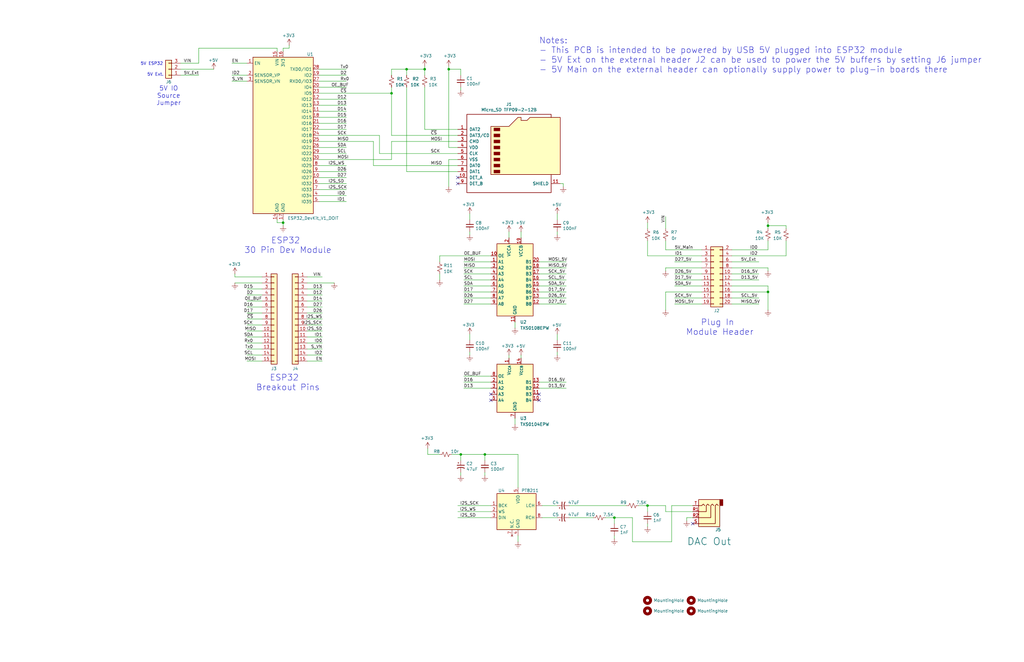
<source format=kicad_sch>
(kicad_sch (version 20250114) (generator "eeschema") (generator_version "9.0")
  (paper "B")
  (title_block (title "ESP32 5V Dev Board") (date "2025-06-08") (rev "1") (company "Gadget Reboot") (comment 1 "https://www.youtube.com/gadgetreboot") (comment 2 "https://github.com/GadgetReboot/ESP32_5V_Dev_Board"))
  (lib_symbols
    (symbol "Connector_Generic:Conn_01x03" (pin_names (offset 1.016) (hide yes))
      (property "Reference" "J" (at 0 5.08 0))
      (property "Value" "Conn_01x03" (at 0 -5.08 0))
      (symbol "Conn_01x03_1_1"
        (pin passive line (at -5.08 2.54 0) (length 3.81) (name "Pin_1") (number "1"))
        (pin passive line (at -5.08 0 0) (length 3.81) (name "Pin_2") (number "2"))
        (pin passive line (at -5.08 -2.54 0) (length 3.81) (name "Pin_3") (number "3"))
      )
    )
    (symbol "Connector_Generic:Conn_01x15" (pin_names (offset 1.016) (hide yes))
      (property "Reference" "J" (at 0 20.32 0))
      (property "Value" "Conn_01x15" (at 0 -20.32 0))
      (symbol "Conn_01x15_1_1"
        (pin passive line (at -5.08 17.78 0) (length 3.81) (name "Pin_1") (number "1"))
        (pin passive line (at -5.08 15.24 0) (length 3.81) (name "Pin_2") (number "2"))
        (pin passive line (at -5.08 12.7 0) (length 3.81) (name "Pin_3") (number "3"))
        (pin passive line (at -5.08 10.16 0) (length 3.81) (name "Pin_4") (number "4"))
        (pin passive line (at -5.08 7.62 0) (length 3.81) (name "Pin_5") (number "5"))
        (pin passive line (at -5.08 5.08 0) (length 3.81) (name "Pin_6") (number "6"))
        (pin passive line (at -5.08 2.54 0) (length 3.81) (name "Pin_7") (number "7"))
        (pin passive line (at -5.08 0 0) (length 3.81) (name "Pin_8") (number "8"))
        (pin passive line (at -5.08 -2.54 0) (length 3.81) (name "Pin_9") (number "9"))
        (pin passive line (at -5.08 -5.08 0) (length 3.81) (name "Pin_10") (number "10"))
        (pin passive line (at -5.08 -7.62 0) (length 3.81) (name "Pin_11") (number "11"))
        (pin passive line (at -5.08 -10.16 0) (length 3.81) (name "Pin_12") (number "12"))
        (pin passive line (at -5.08 -12.7 0) (length 3.81) (name "Pin_13") (number "13"))
        (pin passive line (at -5.08 -15.24 0) (length 3.81) (name "Pin_14") (number "14"))
        (pin passive line (at -5.08 -17.78 0) (length 3.81) (name "Pin_15") (number "15"))
      )
    )
    (symbol "Connector_Generic:Conn_02x10_Odd_Even" (pin_names (offset 1.016) (hide yes))
      (property "Reference" "J" (at 1.27 12.7 0))
      (property "Value" "Conn_02x10_Odd_Even" (at 1.27 -15.24 0))
      (symbol "Conn_02x10_Odd_Even_1_1"
        (pin passive line (at -5.08 10.16 0) (length 3.81) (name "Pin_1") (number "1"))
        (pin passive line (at -5.08 7.62 0) (length 3.81) (name "Pin_3") (number "3"))
        (pin passive line (at -5.08 5.08 0) (length 3.81) (name "Pin_5") (number "5"))
        (pin passive line (at -5.08 2.54 0) (length 3.81) (name "Pin_7") (number "7"))
        (pin passive line (at -5.08 0 0) (length 3.81) (name "Pin_9") (number "9"))
        (pin passive line (at -5.08 -2.54 0) (length 3.81) (name "Pin_11") (number "11"))
        (pin passive line (at -5.08 -5.08 0) (length 3.81) (name "Pin_13") (number "13"))
        (pin passive line (at -5.08 -7.62 0) (length 3.81) (name "Pin_15") (number "15"))
        (pin passive line (at -5.08 -10.16 0) (length 3.81) (name "Pin_17") (number "17"))
        (pin passive line (at -5.08 -12.7 0) (length 3.81) (name "Pin_19") (number "19"))
        (pin passive line (at 7.62 10.16 180) (length 3.81) (name "Pin_2") (number "2"))
        (pin passive line (at 7.62 7.62 180) (length 3.81) (name "Pin_4") (number "4"))
        (pin passive line (at 7.62 5.08 180) (length 3.81) (name "Pin_6") (number "6"))
        (pin passive line (at 7.62 2.54 180) (length 3.81) (name "Pin_8") (number "8"))
        (pin passive line (at 7.62 0 180) (length 3.81) (name "Pin_10") (number "10"))
        (pin passive line (at 7.62 -2.54 180) (length 3.81) (name "Pin_12") (number "12"))
        (pin passive line (at 7.62 -5.08 180) (length 3.81) (name "Pin_14") (number "14"))
        (pin passive line (at 7.62 -7.62 180) (length 3.81) (name "Pin_16") (number "16"))
        (pin passive line (at 7.62 -10.16 180) (length 3.81) (name "Pin_18") (number "18"))
        (pin passive line (at 7.62 -12.7 180) (length 3.81) (name "Pin_20") (number "20"))
      )
    )
    (symbol "Device:C_Small" (pin_numbers (hide yes)) (pin_names (offset 0.254) (hide yes))
      (property "Reference" "C" (at 0.254 1.778 0))
      (property "Value" "C_Small" (at 0.254 -2.032 0))
      (symbol "C_Small_1_1"
        (pin passive line (at 0 2.54 270) (length 2.032) (name "~") (number "1"))
        (pin passive line (at 0 -2.54 90) (length 2.032) (name "~") (number "2"))
      )
    )
    (symbol "Device:R_Small_US" (pin_numbers (hide yes)) (pin_names (offset 0.254) (hide yes))
      (property "Reference" "R" (at 0.762 0.508 0))
      (property "Value" "R_Small_US" (at 0.762 -1.016 0))
      (symbol "R_Small_US_1_1"
        (pin passive line (at 0 2.54 270) (length 1.016) (name "~") (number "1"))
        (pin passive line (at 0 -2.54 90) (length 1.016) (name "~") (number "2"))
      )
    )
    (symbol "GR_Audio_Share-rescue:AudioJack4-Connector"
      (property "Reference" "J" (at 0 8.89 0))
      (property "Value" "Connector_AudioJack4" (at 0 6.35 0))
      (symbol "AudioJack4-Connector_1_1"
        (pin passive line (at 5.08 2.54 180) (length 2.54) (name "~") (number "S"))
        (pin passive line (at 5.08 0 180) (length 2.54) (name "~") (number "R2"))
        (pin passive line (at 5.08 -2.54 180) (length 2.54) (name "~") (number "R1"))
        (pin passive line (at 5.08 -5.08 180) (length 2.54) (name "~") (number "T"))
      )
    )
    (symbol "GR_Audio_Share-rescue:GNDREF-power" (power) (pin_names (offset 0))
      (property "Value" "power_GNDREF" (at 0 -3.81 0))
      (symbol "GNDREF-power_1_1"
        (pin power_in line (at 0 0 270) (length 0) (hide yes) (name "GNDREF") (number "1"))
      )
    )
    (symbol "GR_PT8211_Breakout-rescue:CP1_Small-Device" (pin_numbers (hide yes)) (pin_names (offset 0.254) (hide yes))
      (property "Reference" "C" (at 0.254 1.778 0))
      (property "Value" "Device_CP1_Small" (at 0.254 -2.032 0))
      (symbol "CP1_Small-Device_1_1"
        (pin passive line (at 0 2.54 270) (length 2.032) (name "~") (number "1"))
        (pin passive line (at 0 -2.54 90) (length 2.032) (name "~") (number "2"))
      )
    )
    (symbol "GR_PT8211_Breakout-rescue:GNDREF-power" (power) (pin_names (offset 0))
      (property "Value" "power_GNDREF" (at 0 -3.81 0))
      (symbol "GNDREF-power_1_1"
        (pin power_in line (at 0 0 270) (length 0) (hide yes) (name "GNDREF") (number "1"))
      )
    )
    (symbol "Logic_LevelTranslator:TXS0104EPW"
      (property "Reference" "U" (at -7.62 11.43 0))
      (property "Value" "TXS0104EPW" (at 3.81 11.43 0))
      (symbol "TXS0104EPW_1_0"
        (pin no_connect line (at -7.62 -7.62 0) (length 2.54) (hide yes) (name "NC") (number "6"))
        (pin no_connect line (at 7.62 -7.62 180) (length 2.54) (hide yes) (name "NC") (number "9"))
      )
      (symbol "TXS0104EPW_1_1"
        (pin input line (at -10.16 5.08 0) (length 2.54) (name "OE") (number "8"))
        (pin bidirectional line (at -10.16 2.54 0) (length 2.54) (name "A1") (number "2"))
        (pin bidirectional line (at -10.16 0 0) (length 2.54) (name "A2") (number "3"))
        (pin bidirectional line (at -10.16 -2.54 0) (length 2.54) (name "A3") (number "4"))
        (pin bidirectional line (at -10.16 -5.08 0) (length 2.54) (name "A4") (number "5"))
        (pin power_in line (at -2.54 12.7 270) (length 2.54) (name "V_{CCA}") (number "1"))
        (pin power_in line (at 0 -12.7 90) (length 2.54) (name "GND") (number "7"))
        (pin power_in line (at 2.54 12.7 270) (length 2.54) (name "V_{CCB}") (number "14"))
        (pin bidirectional line (at 10.16 2.54 180) (length 2.54) (name "B1") (number "13"))
        (pin bidirectional line (at 10.16 0 180) (length 2.54) (name "B2") (number "12"))
        (pin bidirectional line (at 10.16 -2.54 180) (length 2.54) (name "B3") (number "11"))
        (pin bidirectional line (at 10.16 -5.08 180) (length 2.54) (name "B4") (number "10"))
      )
    )
    (symbol "Logic_LevelTranslator:TXS0108EPW"
      (property "Reference" "U" (at -6.35 16.51 0))
      (property "Value" "TXS0108EPW" (at 3.81 16.51 0))
      (symbol "TXS0108EPW_1_1"
        (pin input line (at -10.16 10.16 0) (length 2.54) (name "OE") (number "10"))
        (pin bidirectional line (at -10.16 7.62 0) (length 2.54) (name "A1") (number "1"))
        (pin bidirectional line (at -10.16 5.08 0) (length 2.54) (name "A2") (number "3"))
        (pin bidirectional line (at -10.16 2.54 0) (length 2.54) (name "A3") (number "4"))
        (pin bidirectional line (at -10.16 0 0) (length 2.54) (name "A4") (number "5"))
        (pin bidirectional line (at -10.16 -2.54 0) (length 2.54) (name "A5") (number "6"))
        (pin bidirectional line (at -10.16 -5.08 0) (length 2.54) (name "A6") (number "7"))
        (pin bidirectional line (at -10.16 -7.62 0) (length 2.54) (name "A7") (number "8"))
        (pin bidirectional line (at -10.16 -10.16 0) (length 2.54) (name "A8") (number "9"))
        (pin power_in line (at -2.54 17.78 270) (length 2.54) (name "VCCA") (number "2"))
        (pin power_in line (at 0 -17.78 90) (length 2.54) (name "GND") (number "11"))
        (pin power_in line (at 2.54 17.78 270) (length 2.54) (name "VCCB") (number "19"))
        (pin bidirectional line (at 10.16 7.62 180) (length 2.54) (name "B1") (number "20"))
        (pin bidirectional line (at 10.16 5.08 180) (length 2.54) (name "B2") (number "18"))
        (pin bidirectional line (at 10.16 2.54 180) (length 2.54) (name "B3") (number "17"))
        (pin bidirectional line (at 10.16 0 180) (length 2.54) (name "B4") (number "16"))
        (pin bidirectional line (at 10.16 -2.54 180) (length 2.54) (name "B5") (number "15"))
        (pin bidirectional line (at 10.16 -5.08 180) (length 2.54) (name "B6") (number "14"))
        (pin bidirectional line (at 10.16 -7.62 180) (length 2.54) (name "B7") (number "13"))
        (pin bidirectional line (at 10.16 -10.16 180) (length 2.54) (name "B8") (number "12"))
      )
    )
    (symbol "Mechanical:MountingHole" (pin_names (offset 1.016)) (exclude_from_sim yes) (in_bom no)
      (property "Reference" "H" (at 0 5.08 0))
      (property "Value" "MountingHole" (at 0 3.175 0))
    )
    (symbol "PT8211:PT8211"
      (property "Reference" "U" (at -8.89 16.51 0))
      (property "Value" "PT8211" (at 5.08 16.51 0))
      (symbol "PT8211_1_1"
        (pin input line (at -12.7 10.16 0) (length 2.54) (name "BCK") (number "1"))
        (pin input line (at -12.7 7.62 0) (length 2.54) (name "WS") (number "2"))
        (pin input line (at -12.7 5.08 0) (length 2.54) (name "DIN") (number "3"))
        (pin no_connect line (at -3.81 -2.54 90) (length 2.54) (name "N.C.") (number "7"))
        (pin power_in line (at -1.27 17.78 270) (length 2.54) (name "VDD") (number "5"))
        (pin power_in line (at -1.27 -2.54 90) (length 2.54) (name "GND") (number "4"))
        (pin passive line (at 8.89 10.16 180) (length 2.54) (name "LCH") (number "6"))
        (pin passive line (at 8.89 5.08 180) (length 2.54) (name "RCH") (number "8"))
      )
    )
    (symbol "SD_Tape_Player-rescue:+3.3V-power" (power) (pin_names (offset 0))
      (property "Value" "power_+3.3V" (at 0 3.556 0))
      (symbol "+3.3V-power_1_1"
        (pin power_in line (at 0 0 90) (length 0) (hide yes) (name "+3V3") (number "1"))
      )
    )
    (symbol "SD_Tape_Player-rescue:GNDREF-power" (power) (pin_names (offset 0))
      (property "Value" "power_GNDREF" (at 0 -3.81 0))
      (symbol "GNDREF-power_1_1"
        (pin power_in line (at 0 0 270) (length 0) (hide yes) (name "GNDREF") (number "1"))
      )
    )
    (symbol "SD_Tape_Player-rescue:Micro_SD_Card_Det-Connector" (pin_names (offset 1.016))
      (property "Reference" "J" (at -16.51 17.78 0))
      (property "Value" "Connector_Micro_SD_Card_Det" (at 16.51 17.78 0))
      (symbol "Micro_SD_Card_Det-Connector_1_1"
        (pin bidirectional line (at -22.86 10.16 0) (length 3.81) (name "DAT2") (number "1"))
        (pin bidirectional line (at -22.86 7.62 0) (length 3.81) (name "DAT3/CD") (number "2"))
        (pin input line (at -22.86 5.08 0) (length 3.81) (name "CMD") (number "3"))
        (pin power_in line (at -22.86 2.54 0) (length 3.81) (name "VDD") (number "4"))
        (pin input line (at -22.86 0 0) (length 3.81) (name "CLK") (number "5"))
        (pin power_in line (at -22.86 -2.54 0) (length 3.81) (name "VSS") (number "6"))
        (pin bidirectional line (at -22.86 -5.08 0) (length 3.81) (name "DAT0") (number "7"))
        (pin bidirectional line (at -22.86 -7.62 0) (length 3.81) (name "DAT1") (number "8"))
        (pin passive line (at -22.86 -10.16 0) (length 3.81) (name "DET_A") (number "10"))
        (pin passive line (at -22.86 -12.7 0) (length 3.81) (name "DET_B") (number "9"))
        (pin passive line (at 20.32 -12.7 180) (length 3.81) (name "SHIELD") (number "11"))
      )
    )
    (symbol "esp32_devkit_v1_doit:ESP32_DevKit_V1_DOIT"
      (property "Reference" "U" (at -11.43 34.29 0))
      (property "Value" "ESP32_DevKit_V1_DOIT" (at 11.43 34.29 0))
      (symbol "ESP32_DevKit_V1_DOIT_1_1"
        (pin input line (at -15.24 30.48 0) (length 2.54) (name "EN") (number "1"))
        (pin input line (at -15.24 25.4 0) (length 2.54) (name "SENSOR_VP") (number "2"))
        (pin input line (at -15.24 22.86 0) (length 2.54) (name "SENSOR_VN") (number "3"))
        (pin power_in line (at -2.54 35.56 270) (length 2.54) (name "VIN") (number "15"))
        (pin power_in line (at -2.54 -35.56 90) (length 2.54) (name "GND") (number "14"))
        (pin power_in line (at 0 35.56 270) (length 2.54) (name "3V3") (number "16"))
        (pin power_in line (at 0 -35.56 90) (length 2.54) (name "GND") (number "17"))
        (pin bidirectional line (at 15.24 27.94 180) (length 2.54) (name "TXD0/IO1") (number "28"))
        (pin bidirectional line (at 15.24 25.4 180) (length 2.54) (name "IO2") (number "19"))
        (pin bidirectional line (at 15.24 22.86 180) (length 2.54) (name "RXD0/IO3") (number "27"))
        (pin bidirectional line (at 15.24 20.32 180) (length 2.54) (name "IO4") (number "20"))
        (pin bidirectional line (at 15.24 17.78 180) (length 2.54) (name "IO5") (number "23"))
        (pin bidirectional line (at 15.24 15.24 180) (length 2.54) (name "IO12") (number "12"))
        (pin bidirectional line (at 15.24 12.7 180) (length 2.54) (name "IO13") (number "13"))
        (pin bidirectional line (at 15.24 10.16 180) (length 2.54) (name "IO14") (number "11"))
        (pin bidirectional line (at 15.24 7.62 180) (length 2.54) (name "IO15") (number "18"))
        (pin bidirectional line (at 15.24 5.08 180) (length 2.54) (name "IO16") (number "21"))
        (pin bidirectional line (at 15.24 2.54 180) (length 2.54) (name "IO17") (number "22"))
        (pin bidirectional line (at 15.24 0 180) (length 2.54) (name "IO18") (number "24"))
        (pin bidirectional line (at 15.24 -2.54 180) (length 2.54) (name "IO19") (number "25"))
        (pin bidirectional line (at 15.24 -5.08 180) (length 2.54) (name "IO21") (number "26"))
        (pin bidirectional line (at 15.24 -7.62 180) (length 2.54) (name "IO22") (number "29"))
        (pin bidirectional line (at 15.24 -10.16 180) (length 2.54) (name "IO23") (number "30"))
        (pin bidirectional line (at 15.24 -12.7 180) (length 2.54) (name "IO25") (number "8"))
        (pin bidirectional line (at 15.24 -15.24 180) (length 2.54) (name "IO26") (number "9"))
        (pin bidirectional line (at 15.24 -17.78 180) (length 2.54) (name "IO27") (number "10"))
        (pin bidirectional line (at 15.24 -20.32 180) (length 2.54) (name "IO32") (number "6"))
        (pin bidirectional line (at 15.24 -22.86 180) (length 2.54) (name "IO33") (number "7"))
        (pin input line (at 15.24 -25.4 180) (length 2.54) (name "IO34") (number "4"))
        (pin input line (at 15.24 -27.94 180) (length 2.54) (name "IO35") (number "5"))
      )
    )
    (symbol "power:+3V3" (power) (pin_numbers (hide yes)) (pin_names (offset 0) (hide yes))
      (property "Value" "+3V3" (at 0 3.556 0))
      (symbol "+3V3_1_1"
        (pin power_in line (at 0 0 90) (length 0) (name "~") (number "1"))
      )
    )
    (symbol "power:+5V" (power) (pin_numbers (hide yes)) (pin_names (offset 0) (hide yes))
      (property "Value" "+5V" (at 0 3.556 0))
      (symbol "+5V_1_1"
        (pin power_in line (at 0 0 90) (length 0) (name "~") (number "1"))
      )
    )
  )
  (text "5V ESP32" (at 64.008 27.686 0) (effects (font (size 1.27 1.27)) (justify bottom)))
  (text "5V Ext." (at 65.532 32.258 0) (effects (font (size 1.27 1.27)) (justify bottom)))
  (text "   ESP32 \nBreakout Pins" (at 107.95 165.1 0) (effects (font (size 2.54 2.54)) (justify left bottom)))
  (text "Notes:\n- This PCB is intended to be powered by USB 5V plugged into ESP32 module\n- 5V Ext on the external header J2 can be used to power the 5V buffers by setting J6 jumper\n- 5V Main on the external header can optionally supply power to plug-in boards there" (at 227.33 30.988 0) (effects (font (size 2.54 2.54)) (justify left bottom)))
  (text "5V IO\nSource\nJumper" (at 71.12 44.704 0) (effects (font (size 1.905 1.905)) (justify bottom)))
  (text "Plug In \nModule Header" (at 303.53 141.732 0) (effects (font (size 2.54 2.54)) (justify bottom)))
  (text "ESP32 \n30 Pin Dev Module" (at 121.412 107.188 0) (effects (font (size 2.54 2.54)) (justify bottom)))
  (junction (at 273.05 213.36))
  (junction (at 119.38 93.98))
  (junction (at 323.85 95.25))
  (junction (at 204.47 191.77))
  (junction (at 179.07 29.21))
  (junction (at 165.1 39.37))
  (junction (at 323.85 123.19))
  (junction (at 194.31 191.77))
  (junction (at 259.08 218.44))
  (junction (at 189.23 29.21))
  (junction (at 171.45 29.21))
  (no_connect (at 292.1 220.98))
  (no_connect (at 227.33 166.37))
  (no_connect (at 207.01 168.91))
  (no_connect (at 207.01 166.37))
  (no_connect (at 227.33 168.91))
  (no_connect (at 193.04 74.93))
  (no_connect (at 193.04 77.47))
  (wire (pts (xy 238.76 125.73) (xy 227.33 125.73)))
  (wire (pts (xy 193.04 57.15) (xy 165.1 57.15)))
  (wire (pts (xy 129.54 119.38) (xy 140.97 119.38)))
  (wire (pts (xy 104.14 144.78) (xy 110.49 144.78)))
  (wire (pts (xy 160.02 57.15) (xy 160.02 64.77)))
  (wire (pts (xy 207.01 118.11) (xy 195.58 118.11)))
  (wire (pts (xy 134.62 39.37) (xy 165.1 39.37)))
  (wire (pts (xy 227.33 115.57) (xy 238.76 115.57)))
  (wire (pts (xy 134.62 36.83) (xy 146.05 36.83)))
  (wire (pts (xy 284.48 120.65) (xy 295.91 120.65)))
  (wire (pts (xy 165.1 39.37) (xy 165.1 57.15)))
  (wire (pts (xy 323.85 113.03) (xy 323.85 114.3)))
  (wire (pts (xy 193.04 54.61) (xy 179.07 54.61)))
  (wire (pts (xy 190.5 191.77) (xy 194.31 191.77)))
  (wire (pts (xy 331.47 96.52) (xy 331.47 95.25)))
  (wire (pts (xy 273.05 213.36) (xy 280.67 213.36)))
  (wire (pts (xy 198.12 90.17) (xy 198.12 92.71)))
  (wire (pts (xy 171.45 29.21) (xy 171.45 31.75)))
  (wire (pts (xy 308.61 118.11) (xy 320.04 118.11)))
  (wire (pts (xy 194.31 29.21) (xy 194.31 31.75)))
  (wire (pts (xy 273.05 107.95) (xy 273.05 101.6)))
  (wire (pts (xy 189.23 67.31) (xy 189.23 78.74)))
  (wire (pts (xy 129.54 124.46) (xy 135.89 124.46)))
  (wire (pts (xy 116.84 21.59) (xy 116.84 20.32)))
  (wire (pts (xy 104.14 134.62) (xy 110.49 134.62)))
  (wire (pts (xy 238.76 128.27) (xy 227.33 128.27)))
  (wire (pts (xy 165.1 59.69) (xy 193.04 59.69)))
  (wire (pts (xy 219.71 100.33) (xy 219.71 97.79)))
  (wire (pts (xy 195.58 113.03) (xy 207.01 113.03)))
  (wire (pts (xy 331.47 95.25) (xy 323.85 95.25)))
  (wire (pts (xy 273.05 107.95) (xy 295.91 107.95)))
  (wire (pts (xy 104.14 31.75) (xy 97.79 31.75)))
  (wire (pts (xy 207.01 163.83) (xy 195.58 163.83)))
  (wire (pts (xy 308.61 125.73) (xy 320.04 125.73)))
  (wire (pts (xy 83.82 20.32) (xy 116.84 20.32)))
  (wire (pts (xy 227.33 118.11) (xy 238.76 118.11)))
  (wire (pts (xy 284.48 118.11) (xy 295.91 118.11)))
  (wire (pts (xy 129.54 137.16) (xy 135.89 137.16)))
  (wire (pts (xy 280.67 123.19) (xy 295.91 123.19)))
  (wire (pts (xy 157.48 59.69) (xy 157.48 69.85)))
  (wire (pts (xy 171.45 29.21) (xy 179.07 29.21)))
  (wire (pts (xy 134.62 57.15) (xy 160.02 57.15)))
  (wire (pts (xy 104.14 152.4) (xy 110.49 152.4)))
  (wire (pts (xy 204.47 200.66) (xy 204.47 199.39)))
  (wire (pts (xy 227.33 120.65) (xy 238.76 120.65)))
  (wire (pts (xy 104.14 147.32) (xy 110.49 147.32)))
  (wire (pts (xy 238.76 161.29) (xy 227.33 161.29)))
  (wire (pts (xy 207.01 120.65) (xy 195.58 120.65)))
  (wire (pts (xy 189.23 29.21) (xy 189.23 62.23)))
  (wire (pts (xy 323.85 120.65) (xy 323.85 123.19)))
  (wire (pts (xy 259.08 218.44) (xy 259.08 220.98)))
  (wire (pts (xy 283.21 213.36) (xy 292.1 213.36)))
  (wire (pts (xy 134.62 80.01) (xy 146.05 80.01)))
  (wire (pts (xy 198.12 140.97) (xy 198.12 143.51)))
  (wire (pts (xy 129.54 132.08) (xy 135.89 132.08)))
  (wire (pts (xy 280.67 215.9) (xy 280.67 213.36)))
  (wire (pts (xy 119.38 20.32) (xy 119.38 21.59)))
  (wire (pts (xy 119.38 92.71) (xy 119.38 93.98)))
  (wire (pts (xy 207.01 161.29) (xy 195.58 161.29)))
  (wire (pts (xy 308.61 113.03) (xy 323.85 113.03)))
  (wire (pts (xy 195.58 110.49) (xy 207.01 110.49)))
  (wire (pts (xy 240.03 218.44) (xy 250.19 218.44)))
  (wire (pts (xy 116.84 93.98) (xy 119.38 93.98)))
  (wire (pts (xy 104.14 124.46) (xy 110.49 124.46)))
  (wire (pts (xy 228.6 213.36) (xy 234.95 213.36)))
  (wire (pts (xy 323.85 93.98) (xy 323.85 95.25)))
  (wire (pts (xy 134.62 74.93) (xy 146.05 74.93)))
  (wire (pts (xy 104.14 137.16) (xy 110.49 137.16)))
  (wire (pts (xy 273.05 222.25) (xy 273.05 220.98)))
  (wire (pts (xy 104.14 149.86) (xy 110.49 149.86)))
  (wire (pts (xy 121.92 19.05) (xy 121.92 20.32)))
  (wire (pts (xy 280.67 105.41) (xy 295.91 105.41)))
  (wire (pts (xy 234.95 90.17) (xy 234.95 92.71)))
  (wire (pts (xy 134.62 82.55) (xy 146.05 82.55)))
  (wire (pts (xy 180.34 191.77) (xy 185.42 191.77)))
  (wire (pts (xy 259.08 227.33) (xy 259.08 226.06)))
  (wire (pts (xy 234.95 99.06) (xy 234.95 97.79)))
  (wire (pts (xy 146.05 62.23) (xy 134.62 62.23)))
  (wire (pts (xy 207.01 215.9) (xy 193.04 215.9)))
  (wire (pts (xy 273.05 213.36) (xy 273.05 215.9)))
  (wire (pts (xy 146.05 64.77) (xy 134.62 64.77)))
  (wire (pts (xy 99.06 119.38) (xy 110.49 119.38)))
  (wire (pts (xy 76.2 26.67) (xy 83.82 26.67)))
  (wire (pts (xy 194.31 38.1) (xy 194.31 36.83)))
  (wire (pts (xy 76.2 29.21) (xy 90.17 29.21)))
  (wire (pts (xy 134.62 67.31) (xy 165.1 67.31)))
  (wire (pts (xy 134.62 59.69) (xy 157.48 59.69)))
  (wire (pts (xy 134.62 31.75) (xy 146.05 31.75)))
  (wire (pts (xy 214.63 149.86) (xy 214.63 151.13)))
  (wire (pts (xy 134.62 77.47) (xy 146.05 77.47)))
  (wire (pts (xy 193.04 218.44) (xy 207.01 218.44)))
  (wire (pts (xy 104.14 129.54) (xy 110.49 129.54)))
  (wire (pts (xy 280.67 113.03) (xy 280.67 114.3)))
  (wire (pts (xy 146.05 44.45) (xy 134.62 44.45)))
  (wire (pts (xy 134.62 29.21) (xy 146.05 29.21)))
  (wire (pts (xy 157.48 69.85) (xy 193.04 69.85)))
  (wire (pts (xy 218.44 228.6) (xy 218.44 226.06)))
  (wire (pts (xy 134.62 72.39) (xy 146.05 72.39)))
  (wire (pts (xy 284.48 125.73) (xy 295.91 125.73)))
  (wire (pts (xy 129.54 144.78) (xy 135.89 144.78)))
  (wire (pts (xy 165.1 29.21) (xy 171.45 29.21)))
  (wire (pts (xy 129.54 147.32) (xy 135.89 147.32)))
  (wire (pts (xy 204.47 191.77) (xy 204.47 194.31)))
  (wire (pts (xy 165.1 67.31) (xy 165.1 59.69)))
  (wire (pts (xy 99.06 116.84) (xy 110.49 116.84)))
  (wire (pts (xy 185.42 107.95) (xy 207.01 107.95)))
  (wire (pts (xy 207.01 125.73) (xy 195.58 125.73)))
  (wire (pts (xy 238.76 123.19) (xy 227.33 123.19)))
  (wire (pts (xy 134.62 34.29) (xy 146.05 34.29)))
  (wire (pts (xy 180.34 189.23) (xy 180.34 191.77)))
  (wire (pts (xy 331.47 101.6) (xy 331.47 107.95)))
  (wire (pts (xy 134.62 85.09) (xy 146.05 85.09)))
  (wire (pts (xy 179.07 27.94) (xy 179.07 29.21)))
  (wire (pts (xy 129.54 139.7) (xy 135.89 139.7)))
  (wire (pts (xy 227.33 110.49) (xy 238.76 110.49)))
  (wire (pts (xy 218.44 191.77) (xy 218.44 205.74)))
  (wire (pts (xy 237.49 77.47) (xy 236.22 77.47)))
  (wire (pts (xy 83.82 26.67) (xy 83.82 20.32)))
  (wire (pts (xy 193.04 213.36) (xy 207.01 213.36)))
  (wire (pts (xy 193.04 67.31) (xy 189.23 67.31)))
  (wire (pts (xy 129.54 129.54) (xy 135.89 129.54)))
  (wire (pts (xy 266.7 228.6) (xy 266.7 218.44)))
  (wire (pts (xy 283.21 228.6) (xy 266.7 228.6)))
  (wire (pts (xy 129.54 142.24) (xy 135.89 142.24)))
  (wire (pts (xy 207.01 128.27) (xy 195.58 128.27)))
  (wire (pts (xy 194.31 200.66) (xy 194.31 199.39)))
  (wire (pts (xy 134.62 49.53) (xy 146.05 49.53)))
  (wire (pts (xy 308.61 105.41) (xy 323.85 105.41)))
  (wire (pts (xy 104.14 132.08) (xy 110.49 132.08)))
  (wire (pts (xy 283.21 213.36) (xy 283.21 228.6)))
  (wire (pts (xy 189.23 62.23) (xy 193.04 62.23)))
  (wire (pts (xy 129.54 121.92) (xy 135.89 121.92)))
  (wire (pts (xy 323.85 95.25) (xy 323.85 96.52)))
  (wire (pts (xy 195.58 115.57) (xy 207.01 115.57)))
  (wire (pts (xy 194.31 191.77) (xy 194.31 194.31)))
  (wire (pts (xy 280.67 101.6) (xy 280.67 105.41)))
  (wire (pts (xy 104.14 127) (xy 110.49 127)))
  (wire (pts (xy 160.02 64.77) (xy 193.04 64.77)))
  (wire (pts (xy 179.07 31.75) (xy 179.07 29.21)))
  (wire (pts (xy 217.17 135.89) (xy 217.17 138.43)))
  (wire (pts (xy 280.67 123.19) (xy 280.67 130.81)))
  (wire (pts (xy 198.12 149.86) (xy 198.12 148.59)))
  (wire (pts (xy 119.38 93.98) (xy 119.38 95.25)))
  (wire (pts (xy 76.2 31.75) (xy 83.82 31.75)))
  (wire (pts (xy 308.61 110.49) (xy 320.04 110.49)))
  (wire (pts (xy 194.31 191.77) (xy 204.47 191.77)))
  (wire (pts (xy 179.07 54.61) (xy 179.07 36.83)))
  (wire (pts (xy 129.54 149.86) (xy 135.89 149.86)))
  (wire (pts (xy 273.05 93.98) (xy 273.05 96.52)))
  (wire (pts (xy 255.27 218.44) (xy 259.08 218.44)))
  (wire (pts (xy 234.95 218.44) (xy 228.6 218.44)))
  (wire (pts (xy 121.92 20.32) (xy 119.38 20.32)))
  (wire (pts (xy 227.33 113.03) (xy 238.76 113.03)))
  (wire (pts (xy 308.61 120.65) (xy 323.85 120.65)))
  (wire (pts (xy 292.1 218.44) (xy 289.56 218.44)))
  (wire (pts (xy 238.76 163.83) (xy 227.33 163.83)))
  (wire (pts (xy 195.58 158.75) (xy 207.01 158.75)))
  (wire (pts (xy 308.61 107.95) (xy 331.47 107.95)))
  (wire (pts (xy 280.67 215.9) (xy 292.1 215.9)))
  (wire (pts (xy 269.24 213.36) (xy 273.05 213.36)))
  (wire (pts (xy 134.62 41.91) (xy 146.05 41.91)))
  (wire (pts (xy 308.61 128.27) (xy 320.04 128.27)))
  (wire (pts (xy 284.48 110.49) (xy 295.91 110.49)))
  (wire (pts (xy 207.01 123.19) (xy 195.58 123.19)))
  (wire (pts (xy 323.85 130.81) (xy 323.85 123.19)))
  (wire (pts (xy 198.12 99.06) (xy 198.12 97.79)))
  (wire (pts (xy 189.23 27.94) (xy 189.23 29.21)))
  (wire (pts (xy 134.62 52.07) (xy 146.05 52.07)))
  (wire (pts (xy 129.54 127) (xy 135.89 127)))
  (wire (pts (xy 266.7 218.44) (xy 259.08 218.44)))
  (wire (pts (xy 165.1 36.83) (xy 165.1 39.37)))
  (wire (pts (xy 129.54 116.84) (xy 135.89 116.84)))
  (wire (pts (xy 240.03 213.36) (xy 264.16 213.36)))
  (wire (pts (xy 284.48 115.57) (xy 295.91 115.57)))
  (wire (pts (xy 214.63 97.79) (xy 214.63 100.33)))
  (wire (pts (xy 99.06 116.84) (xy 99.06 115.57)))
  (wire (pts (xy 217.17 176.53) (xy 217.17 179.07)))
  (wire (pts (xy 234.95 149.86) (xy 234.95 148.59)))
  (wire (pts (xy 234.95 140.97) (xy 234.95 143.51)))
  (wire (pts (xy 308.61 115.57) (xy 320.04 115.57)))
  (wire (pts (xy 97.79 34.29) (xy 104.14 34.29)))
  (wire (pts (xy 323.85 101.6) (xy 323.85 105.41)))
  (wire (pts (xy 204.47 191.77) (xy 218.44 191.77)))
  (wire (pts (xy 134.62 69.85) (xy 146.05 69.85)))
  (wire (pts (xy 116.84 92.71) (xy 116.84 93.98)))
  (wire (pts (xy 308.61 123.19) (xy 323.85 123.19)))
  (wire (pts (xy 284.48 128.27) (xy 295.91 128.27)))
  (wire (pts (xy 185.42 115.57) (xy 185.42 118.11)))
  (wire (pts (xy 146.05 46.99) (xy 134.62 46.99)))
  (wire (pts (xy 104.14 26.67) (xy 97.79 26.67)))
  (wire (pts (xy 171.45 72.39) (xy 171.45 36.83)))
  (wire (pts (xy 165.1 31.75) (xy 165.1 29.21)))
  (wire (pts (xy 219.71 149.86) (xy 219.71 151.13)))
  (wire (pts (xy 280.67 91.44) (xy 280.67 96.52)))
  (wire (pts (xy 237.49 78.74) (xy 237.49 77.47)))
  (wire (pts (xy 129.54 134.62) (xy 135.89 134.62)))
  (wire (pts (xy 129.54 152.4) (xy 135.89 152.4)))
  (wire (pts (xy 104.14 142.24) (xy 110.49 142.24)))
  (wire (pts (xy 104.14 139.7) (xy 110.49 139.7)))
  (wire (pts (xy 185.42 110.49) (xy 185.42 107.95)))
  (wire (pts (xy 280.67 113.03) (xy 295.91 113.03)))
  (wire (pts (xy 189.23 29.21) (xy 194.31 29.21)))
  (wire (pts (xy 193.04 72.39) (xy 171.45 72.39)))
  (wire (pts (xy 134.62 54.61) (xy 146.05 54.61)))
  (wire (pts (xy 104.14 121.92) (xy 110.49 121.92)))
  (wire (pts (xy 289.56 218.44) (xy 289.56 219.71)))
  (label "Tx0" (at 143.51 29.21 0))
  (label "5V_Main" (at 284.48 105.41 0))
  (label "MOSI_5V" (at 284.48 128.27 0))
  (label "D17_5V" (at 231.14 123.19 0))
  (label "D26" (at 142.24 72.39 0))
  (label "ID1" (at 284.48 107.95 0))
  (label "D26" (at 135.89 132.08 180))
  (label "~{CS}" (at 181.61 57.15 0))
  (label "SCL" (at 199.39 118.11 180))
  (label "D2" (at 143.51 31.75 0))
  (label "VIN" (at 132.08 116.84 0))
  (label "EN" (at 135.89 152.4 180))
  (label "I2S_SCK" (at 201.93 213.36 180))
  (label "OE_BUF" (at 110.49 127 180))
  (label "VIN" (at 77.47 26.67 0))
  (label "~{CS}" (at 143.51 39.37 0))
  (label "I2S_WS" (at 135.89 134.62 180))
  (label "ID0" (at 135.89 144.78 180))
  (label "SDA" (at 199.39 120.65 180))
  (label "I2S_WS" (at 138.43 69.85 0))
  (label "Rx0" (at 106.68 144.78 180))
  (label "D16_5V" (at 231.14 161.29 0))
  (label "VIN" (at 280.67 93.98 90))
  (label "5V_Ext" (at 77.47 31.75 0))
  (label "MOSI_5V" (at 231.14 110.49 0))
  (label "D17" (at 195.58 123.19 0))
  (label "D13" (at 195.58 163.83 0))
  (label "ID1" (at 142.24 85.09 0))
  (label "D13" (at 142.24 44.45 0))
  (label "I2S_SD" (at 138.43 77.47 0))
  (label "SCK_5V" (at 284.48 125.73 0))
  (label "SDA_5V" (at 284.48 120.65 0))
  (label "5V_Ext" (at 312.42 110.49 0))
  (label "D16_5V" (at 312.42 115.57 0))
  (label "MISO" (at 181.61 69.85 0))
  (label "SCL_5V" (at 312.42 125.73 0))
  (label "D13_5V" (at 231.14 163.83 0))
  (label "D15" (at 142.24 49.53 0))
  (label "D12" (at 142.24 41.91 0))
  (label "D2" (at 106.68 124.46 180))
  (label "MISO_5V" (at 312.42 128.27 0))
  (label "Rx0" (at 143.51 34.29 0))
  (label "SDA_5V" (at 231.14 120.65 0))
  (label "I2S_SCK" (at 135.89 137.16 180))
  (label "ID1" (at 135.89 142.24 180))
  (label "D26_5V" (at 231.14 125.73 0))
  (label "SCL_5V" (at 231.14 118.11 0))
  (label "D27" (at 195.58 128.27 0))
  (label "OE_BUF" (at 195.58 107.95 0))
  (label "D16" (at 195.58 161.29 0))
  (label "MISO" (at 195.58 113.03 0))
  (label "D13" (at 135.89 121.92 180))
  (label "D13_5V" (at 312.42 118.11 0))
  (label "D26" (at 195.58 125.73 0))
  (label "I2S_WS" (at 200.66 215.9 180))
  (label "D16" (at 142.24 52.07 0))
  (label "EN" (at 97.79 26.67 0))
  (label "~{CS}" (at 104.14 134.62 0))
  (label "SCK" (at 142.24 57.15 0))
  (label "D12" (at 135.89 124.46 180))
  (label "SDA" (at 142.24 62.23 0))
  (label "I2S_SD" (at 135.89 139.7 180))
  (label "MOSI" (at 181.61 59.69 0))
  (label "SDA" (at 106.68 142.24 180))
  (label "SCL" (at 106.68 149.86 180))
  (label "D16" (at 106.68 129.54 180))
  (label "D14" (at 135.89 127 180))
  (label "D27" (at 135.89 129.54 180))
  (label "SCK" (at 195.58 115.57 0))
  (label "OE_BUF" (at 139.7 36.83 0))
  (label "I2S_SD" (at 200.66 218.44 180))
  (label "ID2" (at 135.89 149.86 180))
  (label "ID0" (at 142.24 82.55 0))
  (label "MISO" (at 107.95 139.7 180))
  (label "D17" (at 106.68 132.08 180))
  (label "S_VN" (at 135.89 147.32 180))
  (label "Tx0" (at 106.68 147.32 180))
  (label "D17_5V" (at 284.48 118.11 0))
  (label "SCK" (at 106.68 137.16 180))
  (label "ID2" (at 316.23 107.95 0))
  (label "MISO_5V" (at 231.14 113.03 0))
  (label "ID2" (at 97.79 31.75 0))
  (label "D27" (at 142.24 74.93 0))
  (label "SCK_5V" (at 231.14 115.57 0))
  (label "SCL" (at 142.24 64.77 0))
  (label "ID0" (at 316.23 105.41 0))
  (label "MISO" (at 142.24 59.69 0))
  (label "MOSI" (at 195.58 110.49 0))
  (label "S_VN" (at 97.79 34.29 0))
  (label "D27_5V" (at 231.14 128.27 0))
  (label "MOSI" (at 107.95 152.4 180))
  (label "D14" (at 142.24 46.99 0))
  (label "OE_BUF" (at 195.58 158.75 0))
  (label "D17" (at 142.24 54.61 0))
  (label "D27_5V" (at 284.48 110.49 0))
  (label "D15" (at 106.68 121.92 180))
  (label "I2S_SCK" (at 138.43 80.01 0))
  (label "D26_5V" (at 284.48 115.57 0))
  (label "MOSI" (at 142.24 67.31 0))
  (label "SCK" (at 181.61 64.77 0))
  (symbol (lib_id "Mechanical:MountingHole") (at 291.465 253.365 0) (unit 1)
    (property "Reference" "H2" (effects (hide yes)))
    (property "Value" "MountingHole" (at 294.005 253.365 0) (effects (justify left)))
    (property "Footprint" "MountingHole:MountingHole_3.5mm" (effects (hide yes)))
  )
  (symbol (lib_id "Mechanical:MountingHole") (at 291.465 257.81 0) (unit 1)
    (property "Reference" "H4" (effects (hide yes)))
    (property "Value" "MountingHole" (at 294.005 257.81 0) (effects (justify left)))
    (property "Footprint" "MountingHole:MountingHole_3.5mm" (effects (hide yes)))
  )
  (symbol (lib_id "Mechanical:MountingHole") (at 273.05 253.365 0) (unit 1)
    (property "Reference" "H1" (effects (hide yes)))
    (property "Value" "MountingHole" (at 275.59 253.365 0) (effects (justify left)))
    (property "Footprint" "MountingHole:MountingHole_3.5mm" (effects (hide yes)))
  )
  (symbol (lib_id "Mechanical:MountingHole") (at 273.05 257.81 0) (unit 1)
    (property "Reference" "H3" (effects (hide yes)))
    (property "Value" "MountingHole" (at 275.59 257.81 0) (effects (justify left)))
    (property "Footprint" "MountingHole:MountingHole_3.5mm" (effects (hide yes)))
  )
  (symbol (lib_id "esp32_devkit_v1_doit:ESP32_DevKit_V1_DOIT") (at 119.38 57.15 0) (unit 1)
    (property "Reference" "U1" (at 130.81 22.86 0))
    (property "Value" "ESP32_DevKit_V1_DOIT" (at 132.08 92.075 0))
    (property "Footprint" "footprints:esp32_devkit_v1_doit" (effects (hide yes)))
  )
  (symbol (lib_id "Connector_Generic:Conn_01x15") (at 124.46 134.62 0) (mirror y) (unit 1)
    (property "Reference" "J4" (at 125.73 155.575 0) (effects (justify left)))
    (property "Value" "Conn_01x15" (effects (hide yes)))
    (property "Footprint" "Connector_PinHeader_2.54mm:PinHeader_1x15_P2.54mm_Vertical" (effects (hide yes)))
  )
  (symbol (lib_id "Connector_Generic:Conn_01x15") (at 115.57 134.62 0) (unit 1)
    (property "Reference" "J3" (at 114.3 155.575 0) (effects (justify left)))
    (property "Value" "Conn_01x15" (effects (hide yes)))
    (property "Footprint" "Connector_PinHeader_2.54mm:PinHeader_1x15_P2.54mm_Vertical" (effects (hide yes)))
  )
  (symbol (lib_id "SD_Tape_Player-rescue:GNDREF-power") (at 237.49 78.74 0) (unit 1)
    (property "Reference" "#PWR07" (effects (hide yes)))
    (property "Value" "GNDREF" (effects (hide yes)))
  )
  (symbol (lib_id "GR_PT8211_Breakout-rescue:GNDREF-power") (at 194.31 200.66 0) (unit 1)
    (property "Reference" "#PWR027" (effects (hide yes)))
    (property "Value" "GNDREF" (effects (hide yes)))
  )
  (symbol (lib_id "GR_PT8211_Breakout-rescue:GNDREF-power") (at 204.47 200.66 0) (unit 1)
    (property "Reference" "#PWR028" (effects (hide yes)))
    (property "Value" "GNDREF" (effects (hide yes)))
  )
  (symbol (lib_id "GR_PT8211_Breakout-rescue:GNDREF-power") (at 218.44 228.6 0) (unit 1)
    (property "Reference" "#PWR032" (effects (hide yes)))
    (property "Value" "GNDREF" (effects (hide yes)))
  )
  (symbol (lib_id "GR_PT8211_Breakout-rescue:CP1_Small-Device") (at 237.49 213.36 90) (unit 1)
    (property "Reference" "C4" (at 234.315 212.09 90))
    (property "Value" "47uF" (at 241.935 212.09 90))
    (property "Footprint" "Capacitor_SMD:C_Elec_4x5.4" (effects (hide yes)))
  )
  (symbol (lib_id "Device:C_Small") (at 259.08 223.52 0) (unit 1)
    (property "Reference" "C7" (at 261.4168 222.3516 0) (effects (justify left)))
    (property "Value" "1nF" (at 261.4168 224.663 0) (effects (justify left)))
    (property "Footprint" "Capacitor_SMD:C_0805_2012Metric_Pad1.18x1.45mm_HandSolder" (effects (hide yes)))
  )
  (symbol (lib_id "Device:C_Small") (at 198.12 95.25 0) (unit 1)
    (property "Reference" "C8" (at 200.4568 94.0816 0) (effects (justify left)))
    (property "Value" "100nF" (at 200.4568 96.393 0) (effects (justify left)))
    (property "Footprint" "Capacitor_SMD:C_0805_2012Metric_Pad1.18x1.45mm_HandSolder" (effects (hide yes)))
  )
  (symbol (lib_id "SD_Tape_Player-rescue:GNDREF-power") (at 189.23 78.74 0) (unit 1)
    (property "Reference" "#PWR06" (effects (hide yes)))
    (property "Value" "GNDREF" (effects (hide yes)))
  )
  (symbol (lib_id "SD_Tape_Player-rescue:+3.3V-power") (at 198.12 140.97 0) (unit 1)
    (property "Reference" "#PWR037" (effects (hide yes)))
    (property "Value" "+3V3" (at 197.485 137.0838 0))
  )
  (symbol (lib_id "GR_PT8211_Breakout-rescue:GNDREF-power") (at 194.31 38.1 0) (unit 1)
    (property "Reference" "#PWR05" (effects (hide yes)))
    (property "Value" "GNDREF" (effects (hide yes)))
  )
  (symbol (lib_id "GR_PT8211_Breakout-rescue:GNDREF-power") (at 234.95 149.86 0) (unit 1)
    (property "Reference" "#PWR040" (effects (hide yes)))
    (property "Value" "GNDREF" (effects (hide yes)))
  )
  (symbol (lib_id "SD_Tape_Player-rescue:+3.3V-power") (at 273.05 93.98 0) (unit 1)
    (property "Reference" "#PWR017" (effects (hide yes)))
    (property "Value" "+3V3" (at 273.431 89.5858 0))
  )
  (symbol (lib_id "SD_Tape_Player-rescue:+3.3V-power") (at 214.63 97.79 0) (unit 1)
    (property "Reference" "#PWR09" (effects (hide yes)))
    (property "Value" "+3V3" (at 213.995 93.9038 0))
  )
  (symbol (lib_id "GR_PT8211_Breakout-rescue:GNDREF-power") (at 198.12 99.06 0) (unit 1)
    (property "Reference" "#PWR033" (effects (hide yes)))
    (property "Value" "GNDREF" (effects (hide yes)))
  )
  (symbol (lib_id "SD_Tape_Player-rescue:+3.3V-power") (at 179.07 27.94 0) (unit 1)
    (property "Reference" "#PWR03" (effects (hide yes)))
    (property "Value" "+3V3" (at 179.451 23.5458 0))
  )
  (symbol (lib_id "GR_PT8211_Breakout-rescue:GNDREF-power") (at 140.97 119.38 0) (unit 1)
    (property "Reference" "#PWR019" (effects (hide yes)))
    (property "Value" "GNDREF" (effects (hide yes)))
  )
  (symbol (lib_id "GR_PT8211_Breakout-rescue:GNDREF-power") (at 198.12 149.86 0) (unit 1)
    (property "Reference" "#PWR038" (effects (hide yes)))
    (property "Value" "GNDREF" (effects (hide yes)))
  )
  (symbol (lib_id "GR_PT8211_Breakout-rescue:GNDREF-power") (at 119.38 95.25 0) (unit 1)
    (property "Reference" "#PWR08" (effects (hide yes)))
    (property "Value" "GNDREF" (effects (hide yes)))
  )
  (symbol (lib_id "power:+3V3") (at 121.92 19.05 0) (unit 1)
    (property "Reference" "#PWR02" (effects (hide yes)))
    (property "Value" "+3V3" (at 121.666 14.986 0))
    (property "Description" "Power symbol creates a global label with name \"+3V3\"" (effects (hide yes)))
  )
  (symbol (lib_id "power:+5V") (at 234.95 90.17 0) (unit 1)
    (property "Reference" "#PWR035" (effects (hide yes)))
    (property "Value" "+5V" (at 234.696 86.36 0))
    (property "Description" "Power symbol creates a global label with name \"+5V\"" (effects (hide yes)))
  )
  (symbol (lib_id "GR_Audio_Share-rescue:GNDREF-power") (at 289.56 219.71 0) (mirror y) (unit 1)
    (property "Reference" "#PWR029" (effects (hide yes)))
    (property "Value" "GNDREF" (effects (hide yes)))
  )
  (symbol (lib_id "GR_PT8211_Breakout-rescue:GNDREF-power") (at 99.06 119.38 0) (unit 1)
    (property "Reference" "#PWR018" (effects (hide yes)))
    (property "Value" "GNDREF" (effects (hide yes)))
  )
  (symbol (lib_id "Device:C_Small") (at 273.05 218.44 0) (unit 1)
    (property "Reference" "C6" (at 275.3868 217.2716 0) (effects (justify left)))
    (property "Value" "1nF" (at 275.3868 219.583 0) (effects (justify left)))
    (property "Footprint" "Capacitor_SMD:C_0805_2012Metric_Pad1.18x1.45mm_HandSolder" (effects (hide yes)))
  )
  (symbol (lib_id "Logic_LevelTranslator:TXS0108EPW") (at 217.17 118.11 0) (unit 1)
    (property "Reference" "U2" (at 219.3133 135.89 0) (effects (justify left)))
    (property "Value" "TXS0108EPW" (at 219.3133 138.43 0) (effects (justify left)))
    (property "Footprint" "Package_SO:TSSOP-20_4.4x6.5mm_P0.65mm" (effects (hide yes)))
    (property "Datasheet" "www.ti.com/lit/ds/symlink/txs0108e.pdf" (effects (hide yes)))
    (property "Description" "Bidirectional  level-shifting voltage translator, TSSOP-20" (effects (hide yes)))
  )
  (symbol (lib_id "Device:R_Small_US") (at 252.73 218.44 270) (unit 1)
    (property "Reference" "R10" (at 248.92 217.17 90))
    (property "Value" "7.5K" (at 256.54 217.17 90))
    (property "Footprint" "Resistor_SMD:R_0805_2012Metric_Pad1.20x1.40mm_HandSolder" (effects (hide yes)))
  )
  (symbol (lib_id "power:+3V3") (at 99.06 115.57 0) (unit 1)
    (property "Reference" "#PWR014" (effects (hide yes)))
    (property "Value" "+3V3" (at 98.806 111.506 0))
    (property "Description" "Power symbol creates a global label with name \"+3V3\"" (effects (hide yes)))
  )
  (symbol (lib_id "GR_PT8211_Breakout-rescue:GNDREF-power") (at 259.08 227.33 0) (unit 1)
    (property "Reference" "#PWR031" (effects (hide yes)))
    (property "Value" "GNDREF" (effects (hide yes)))
  )
  (symbol (lib_id "Device:R_Small_US") (at 323.85 99.06 0) (mirror y) (unit 1)
    (property "Reference" "R4" (at 320.294 98.044 0))
    (property "Value" "10K" (at 320.294 100.584 0))
    (property "Footprint" "Resistor_SMD:R_0805_2012Metric_Pad1.20x1.40mm_HandSolder" (effects (hide yes)))
  )
  (symbol (lib_id "Connector_Generic:Conn_01x03") (at 71.12 29.21 180) (unit 1)
    (property "Reference" "J6" (at 71.12 34.544 0))
    (property "Value" "Conn_01x03" (effects (hide yes)))
    (property "Footprint" "Connector_PinHeader_2.54mm:PinHeader_1x03_P2.54mm_Vertical" (effects (hide yes)))
    (property "Description" "Generic connector, single row, 01x03, script generated (kicad-library-utils/schlib/autogen/connector/)" (effects (hide yes)))
  )
  (symbol (lib_id "SD_Tape_Player-rescue:Micro_SD_Card_Det-Connector") (at 215.9 64.77 0) (unit 1)
    (property "Reference" "J1" (at 214.63 44.0182 0))
    (property "Value" "Micro_SD TFP09-2-12B" (at 214.63 46.3296 0))
    (property "Footprint" "footprints:TFP09212B" (effects (hide yes)))
    (property "Datasheet" "https://www.hirose.com/product/en/download_file/key_name/DM3/category/Catalog/doc_file_id/49662/?file_category_id=4&item_id=195&is_series=1" (effects (hide yes)))
  )
  (symbol (lib_id "SD_Tape_Player-rescue:+3.3V-power") (at 189.23 27.94 0) (unit 1)
    (property "Reference" "#PWR04" (effects (hide yes)))
    (property "Value" "+3V3" (at 189.611 23.5458 0))
  )
  (symbol (lib_id "GR_PT8211_Breakout-rescue:CP1_Small-Device") (at 237.49 218.44 90) (unit 1)
    (property "Reference" "C5" (at 234.315 217.17 90))
    (property "Value" "47uF" (at 241.935 217.17 90))
    (property "Footprint" "Capacitor_SMD:C_Elec_4x5.4" (effects (hide yes)))
  )
  (symbol (lib_id "PT8211:PT8211") (at 219.71 223.52 0) (unit 1)
    (property "Reference" "U4" (at 211.455 207.01 0))
    (property "Value" "PT8211" (at 223.52 207.01 0))
    (property "Footprint" "Package_SO:SOIC-8_3.9x4.9mm_P1.27mm" (effects (hide yes)))
    (property "Datasheet" "https://www.akm.com/akm/en/file/datasheet/AK5720VT.pdf" (effects (hide yes)))
  )
  (symbol (lib_id "GR_PT8211_Breakout-rescue:GNDREF-power") (at 280.67 130.81 0) (unit 1)
    (property "Reference" "#PWR020" (effects (hide yes)))
    (property "Value" "GNDREF" (effects (hide yes)))
  )
  (symbol (lib_id "Device:R_Small_US") (at 266.7 213.36 270) (unit 1)
    (property "Reference" "R9" (at 262.89 212.09 90))
    (property "Value" "7.5K" (at 270.51 212.09 90))
    (property "Footprint" "Resistor_SMD:R_0805_2012Metric_Pad1.20x1.40mm_HandSolder" (effects (hide yes)))
  )
  (symbol (lib_id "GR_PT8211_Breakout-rescue:GNDREF-power") (at 323.85 114.3 0) (unit 1)
    (property "Reference" "#PWR013" (effects (hide yes)))
    (property "Value" "GNDREF" (effects (hide yes)))
  )
  (symbol (lib_id "GR_PT8211_Breakout-rescue:GNDREF-power") (at 217.17 179.07 0) (unit 1)
    (property "Reference" "#PWR025" (effects (hide yes)))
    (property "Value" "GNDREF" (effects (hide yes)))
  )
  (symbol (lib_id "power:+5V") (at 219.71 97.79 0) (unit 1)
    (property "Reference" "#PWR010" (effects (hide yes)))
    (property "Value" "+5V" (at 219.456 93.98 0))
    (property "Description" "Power symbol creates a global label with name \"+5V\"" (effects (hide yes)))
  )
  (symbol (lib_id "power:+5V") (at 90.17 29.21 0) (unit 1)
    (property "Reference" "#PWR01" (effects (hide yes)))
    (property "Value" "+5V" (at 89.916 25.4 0))
    (property "Description" "Power symbol creates a global label with name \"+5V\"" (effects (hide yes)))
  )
  (symbol (lib_id "Device:C_Small") (at 198.12 146.05 0) (unit 1)
    (property "Reference" "C10" (at 200.4568 144.8816 0) (effects (justify left)))
    (property "Value" "100nF" (at 200.4568 147.193 0) (effects (justify left)))
    (property "Footprint" "Capacitor_SMD:C_0805_2012Metric_Pad1.18x1.45mm_HandSolder" (effects (hide yes)))
  )
  (symbol (lib_id "Device:R_Small_US") (at 185.42 113.03 0) (unit 1)
    (property "Reference" "R11" (at 188.976 112.014 0))
    (property "Value" "10K" (at 188.976 114.554 0))
    (property "Footprint" "Resistor_SMD:R_0805_2012Metric_Pad1.20x1.40mm_HandSolder" (effects (hide yes)))
  )
  (symbol (lib_id "power:+5V") (at 219.71 149.86 0) (unit 1)
    (property "Reference" "#PWR024" (effects (hide yes)))
    (property "Value" "+5V" (at 219.456 146.05 0))
    (property "Description" "Power symbol creates a global label with name \"+5V\"" (effects (hide yes)))
  )
  (symbol (lib_id "SD_Tape_Player-rescue:+3.3V-power") (at 214.63 149.86 0) (unit 1)
    (property "Reference" "#PWR023" (effects (hide yes)))
    (property "Value" "+3V3" (at 213.995 145.9738 0))
  )
  (symbol (lib_id "Device:C_Small") (at 234.95 95.25 0) (unit 1)
    (property "Reference" "C9" (at 237.2868 94.0816 0) (effects (justify left)))
    (property "Value" "100nF" (at 237.2868 96.393 0) (effects (justify left)))
    (property "Footprint" "Capacitor_SMD:C_0805_2012Metric_Pad1.18x1.45mm_HandSolder" (effects (hide yes)))
  )
  (symbol (lib_id "SD_Tape_Player-rescue:+3.3V-power") (at 323.85 93.98 0) (mirror y) (unit 1)
    (property "Reference" "#PWR016" (effects (hide yes)))
    (property "Value" "+3V3" (at 323.469 89.5858 0))
  )
  (symbol (lib_id "Device:R_Small_US") (at 165.1 34.29 0) (unit 1)
    (property "Reference" "R1" (at 168.656 33.274 0))
    (property "Value" "10K" (at 168.656 35.814 0))
    (property "Footprint" "Resistor_SMD:R_0805_2012Metric_Pad1.20x1.40mm_HandSolder" (effects (hide yes)))
  )
  (symbol (lib_id "GR_PT8211_Breakout-rescue:GNDREF-power") (at 273.05 222.25 0) (unit 1)
    (property "Reference" "#PWR030" (effects (hide yes)))
    (property "Value" "GNDREF" (effects (hide yes)))
  )
  (symbol (lib_id "GR_Audio_Share-rescue:AudioJack4-Connector") (at 297.18 218.44 180) (unit 1)
    (property "Reference" "J5" (at 301.625 223.52 0) (effects (justify right)))
    (property "Value" "DAC Out" (at 289.56 228.473 0) (effects (font (size 2.9972 2.9972)) (justify right)))
    (property "Footprint" "footprints:PJ320A" (effects (hide yes)))
  )
  (symbol (lib_id "Connector_Generic:Conn_02x10_Odd_Even") (at 300.99 115.57 0) (unit 1)
    (property "Reference" "J2" (at 302.26 131.064 0))
    (property "Value" "Conn_02x10_Odd_Even" (effects (hide yes)))
    (property "Footprint" "Connector_PinSocket_2.54mm:PinSocket_2x10_P2.54mm_Horizontal" (effects (hide yes)))
    (property "Description" "Generic connector, double row, 02x10, odd/even pin numbering scheme (row 1 odd numbers, row 2 even numbers), script generated (kicad-library-utils/schlib/autogen/connector/)" (effects (hide yes)))
  )
  (symbol (lib_id "Device:R_Small_US") (at 273.05 99.06 0) (unit 1)
    (property "Reference" "R6" (at 276.606 98.044 0))
    (property "Value" "10K" (at 276.606 100.584 0))
    (property "Footprint" "Resistor_SMD:R_0805_2012Metric_Pad1.20x1.40mm_HandSolder" (effects (hide yes)))
  )
  (symbol (lib_id "GR_PT8211_Breakout-rescue:GNDREF-power") (at 217.17 138.43 0) (unit 1)
    (property "Reference" "#PWR022" (effects (hide yes)))
    (property "Value" "GNDREF" (effects (hide yes)))
  )
  (symbol (lib_id "power:+3V3") (at 180.34 189.23 0) (unit 1)
    (property "Reference" "#PWR026" (effects (hide yes)))
    (property "Value" "+3V3" (at 180.086 184.912 0))
    (property "Description" "Power symbol creates a global label with name \"+3V3\"" (effects (hide yes)))
  )
  (symbol (lib_id "Device:C_Small") (at 194.31 34.29 0) (unit 1)
    (property "Reference" "C1" (at 196.6468 33.1216 0) (effects (justify left)))
    (property "Value" "100nF" (at 196.6468 35.433 0) (effects (justify left)))
    (property "Footprint" "Capacitor_SMD:C_0805_2012Metric_Pad1.18x1.45mm_HandSolder" (effects (hide yes)))
  )
  (symbol (lib_id "Logic_LevelTranslator:TXS0104EPW") (at 217.17 163.83 0) (unit 1)
    (property "Reference" "U3" (at 219.3133 176.53 0) (effects (justify left)))
    (property "Value" "TXS0104EPW" (at 219.3133 179.07 0) (effects (justify left)))
    (property "Footprint" "Package_SO:TSSOP-14_4.4x5mm_P0.65mm" (effects (hide yes)))
    (property "Datasheet" "www.ti.com/lit/ds/symlink/txs0104e.pdf" (effects (hide yes)))
    (property "Description" "Bidirectional  level-shifting voltage translator, TSSOP-14" (effects (hide yes)))
  )
  (symbol (lib_id "Device:C_Small") (at 204.47 196.85 0) (unit 1)
    (property "Reference" "C3" (at 206.8068 195.6816 0) (effects (justify left)))
    (property "Value" "100nF" (at 206.8068 197.993 0) (effects (justify left)))
    (property "Footprint" "Capacitor_SMD:C_0805_2012Metric_Pad1.18x1.45mm_HandSolder" (effects (hide yes)))
  )
  (symbol (lib_id "GR_PT8211_Breakout-rescue:GNDREF-power") (at 185.42 118.11 0) (unit 1)
    (property "Reference" "#PWR041" (effects (hide yes)))
    (property "Value" "GNDREF" (effects (hide yes)))
  )
  (symbol (lib_id "GR_PT8211_Breakout-rescue:GNDREF-power") (at 234.95 99.06 0) (unit 1)
    (property "Reference" "#PWR034" (effects (hide yes)))
    (property "Value" "GNDREF" (effects (hide yes)))
  )
  (symbol (lib_id "Device:R_Small_US") (at 331.47 99.06 0) (mirror y) (unit 1)
    (property "Reference" "R5" (at 327.914 98.044 0))
    (property "Value" "10K" (at 327.914 100.584 0))
    (property "Footprint" "Resistor_SMD:R_0805_2012Metric_Pad1.20x1.40mm_HandSolder" (effects (hide yes)))
  )
  (symbol (lib_id "GR_PT8211_Breakout-rescue:CP1_Small-Device") (at 194.31 196.85 0) (unit 1)
    (property "Reference" "C2" (at 196.6214 195.6816 0) (effects (justify left)))
    (property "Value" "47uF" (at 196.6214 197.993 0) (effects (justify left)))
    (property "Footprint" "Capacitor_SMD:C_Elec_4x5.4" (effects (hide yes)))
  )
  (symbol (lib_id "Device:R_Small_US") (at 171.45 34.29 0) (unit 1)
    (property "Reference" "R2" (at 175.26 33.274 0))
    (property "Value" "10K" (at 175.006 35.814 0))
    (property "Footprint" "Resistor_SMD:R_0805_2012Metric_Pad1.20x1.40mm_HandSolder" (effects (hide yes)))
  )
  (symbol (lib_id "GR_PT8211_Breakout-rescue:GNDREF-power") (at 280.67 114.3 0) (unit 1)
    (property "Reference" "#PWR012" (effects (hide yes)))
    (property "Value" "GNDREF" (effects (hide yes)))
  )
  (symbol (lib_id "SD_Tape_Player-rescue:+3.3V-power") (at 198.12 90.17 0) (unit 1)
    (property "Reference" "#PWR036" (effects (hide yes)))
    (property "Value" "+3V3" (at 197.485 86.2838 0))
  )
  (symbol (lib_id "power:+5V") (at 234.95 140.97 0) (unit 1)
    (property "Reference" "#PWR039" (effects (hide yes)))
    (property "Value" "+5V" (at 234.696 137.16 0))
    (property "Description" "Power symbol creates a global label with name \"+5V\"" (effects (hide yes)))
  )
  (symbol (lib_id "GR_PT8211_Breakout-rescue:GNDREF-power") (at 323.85 130.81 0) (unit 1)
    (property "Reference" "#PWR021" (effects (hide yes)))
    (property "Value" "GNDREF" (effects (hide yes)))
  )
  (symbol (lib_id "Device:R_Small_US") (at 280.67 99.06 0) (unit 1)
    (property "Reference" "R7" (at 284.226 98.044 0))
    (property "Value" "0r" (at 284.226 100.584 0))
    (property "Footprint" "Resistor_SMD:R_0805_2012Metric_Pad1.20x1.40mm_HandSolder" (effects (hide yes)))
  )
  (symbol (lib_id "Device:R_Small_US") (at 187.96 191.77 270) (unit 1)
    (property "Reference" "R8" (at 184.15 190.5 90))
    (property "Value" "10r" (at 191.77 190.5 90))
    (property "Footprint" "Resistor_SMD:R_0805_2012Metric_Pad1.20x1.40mm_HandSolder" (effects (hide yes)))
  )
  (symbol (lib_id "Device:R_Small_US") (at 179.07 34.29 0) (unit 1)
    (property "Reference" "R3" (at 182.626 33.274 0))
    (property "Value" "10K" (at 182.626 35.814 0))
    (property "Footprint" "Resistor_SMD:R_0805_2012Metric_Pad1.20x1.40mm_HandSolder" (effects (hide yes)))
  )
  (symbol (lib_id "Device:C_Small") (at 234.95 146.05 0) (unit 1)
    (property "Reference" "C11" (at 237.2868 144.8816 0) (effects (justify left)))
    (property "Value" "100nF" (at 237.2868 147.193 0) (effects (justify left)))
    (property "Footprint" "Capacitor_SMD:C_0805_2012Metric_Pad1.18x1.45mm_HandSolder" (effects (hide yes)))
  )
)
</source>
